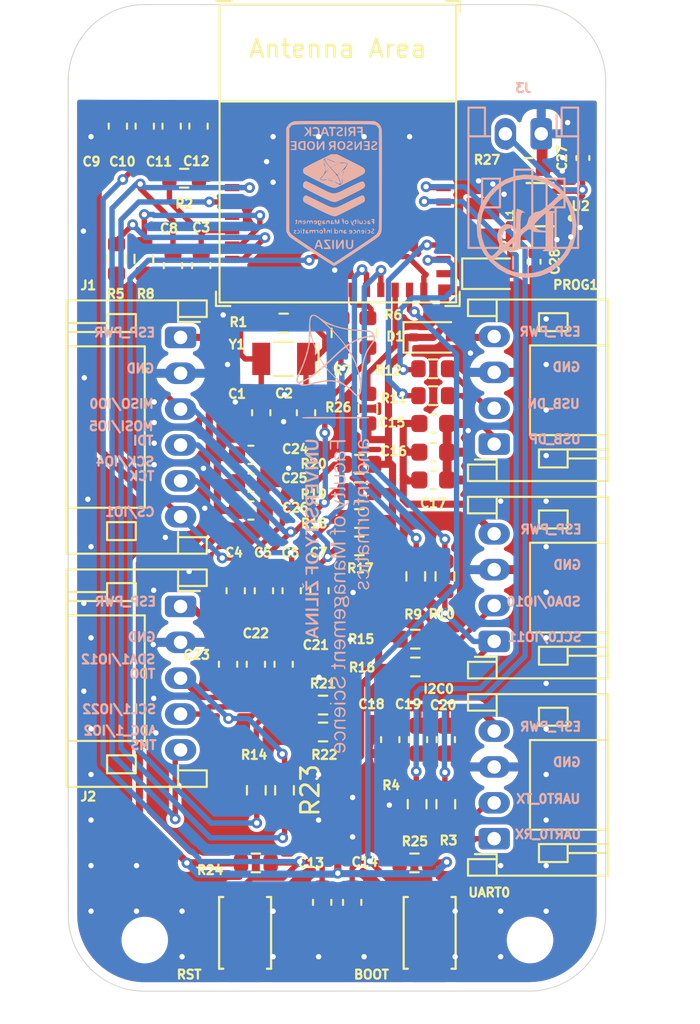
<source format=kicad_pcb>
(kicad_pcb (version 20240108) (generator "pcbnew") (generator_version "8.0")
  (layers (0 "F.Cu" signal) (31 "B.Cu" signal) (34 "B.Paste" user) (35 "F.Paste" user) (36 "B.SilkS" user "B.Silkscreen") (37 "F.SilkS" user "F.Silkscreen") (38 "B.Mask" user) (39 "F.Mask" user) (44 "Edge.Cuts" user))
  (net 0 "")
  (net 1 "GND")
  (net 2 "X_TAL_P")
  (net 3 "X_TAL_N")
  (net 4 "EN")
  (net 5 "CS")
  (net 6 "MOSI")
  (net 7 "SCK")
  (net 8 "MISO")
  (net 9 "ADC1")
  (net 10 "USB_DP")
  (net 11 "USB_DN")
  (net 12 "ESP_PWR")
  (net 13 "UART0_TX")
  (net 14 "Net-(U1-GPIO24{slash}FSPICS2{slash}U0TXD)")
  (net 15 "Net-(U1-GPIO23{slash}FSPICS1{slash}U0RXD)")
  (net 16 "UART0_RX")
  (net 17 "Net-(U1-GPIO10{slash}ZCD0)")
  (net 18 "SDA0")
  (net 19 "Net-(U1-GPIO11{slash}ZCD1)")
  (net 20 "SCL0")
  (net 21 "Net-(U1-GPIO27{slash}FSPICS5{slash}USB_D+)")
  (net 22 "Net-(U1-GPIO26{slash}FSPICS4{slash}USB_D-)")
  (net 23 "SDA1")
  (net 24 "Net-(U1-GPIO22)")
  (net 25 "SCL1")
  (net 27 "Net-(D1-A)")
  (net 38 "Net-(D2-A)")
  (net 39 "Net-(U1-GPIO3{slash}FSPIHD{slash}ADC1_CH2{slash}MTDO)")
  (net 40 "GPIO09")
  (net 41 "CS_ESP")
  (net 42 "MOSI_ESP")
  (net 43 "SCK_ESP")
  (net 44 "MISO_ESP")
  (net 45 "Net-(U1-GPIO8)")
  (net 46 "Net-(U2-SW)")
  (net 47 "Net-(U2-VSET)")
  (net 48 "VBAT")
  (footprint "Capacitor_SMD:C_0603_1608Metric" (layer "F.Cu") (at 170.425 90.9)
    (property "Reference" "C25")
    (property "Value" "100nF")
  )
  (footprint "Capacitor_SMD:C_0603_1608Metric" (layer "F.Cu") (at 169.575 96.925 -90)
    (property "Reference" "C4")
    (property "Value" "10pF")
  )
  (footprint "Capacitor_SMD:C_0603_1608Metric" (layer "F.Cu") (at 181.3 105.225 -90)
    (property "Reference" "C20")
    (property "Value" "1nF")
  )
  (footprint "User imports:SW_TS-1088-AR02016" (layer "F.Cu") (at 170.1 116 90)
    (property "Reference" "RST")
    (property "Value" "SW_Push")
  )
  (footprint "Capacitor_SMD:C_0603_1608Metric" (layer "F.Cu") (at 166 71.025 90)
    (property "Reference" "C11")
    (property "Value" "1nF")
  )
  (footprint "Resistor_SMD:R_0603_1608Metric" (layer "F.Cu") (at 180.6 86.05 180)
    (property "Reference" "R11")
    (property "Value" "22")
  )
  (footprint "Resistor_SMD:R_0603_1608Metric" (layer "F.Cu") (at 179.6 101.175 180)
    (property "Reference" "R16")
    (property "Value" "4K7")
  )
  (footprint "Capacitor_SMD:C_0603_1608Metric" (layer "F.Cu") (at 180.6 89.2)
    (property "Reference" "C16")
    (property "Value" "100nF" (hide yes))
  )
  (footprint "Resistor_SMD:R_0603_1608Metric" (layer "F.Cu") (at 164.45 78.425 90)
    (property "Reference" "R8")
    (property "Value" "22")
  )
  (footprint "Resistor_SMD:R_0603_1608Metric" (layer "F.Cu") (at 179.7 108.825 90)
    (property "Reference" "R4")
    (property "Value" "22")
  )
  (footprint "PCM_Espressif:ESP32-H2-MINI-1" (layer "F.Cu") (at 175.275 72.55)
    (property "Reference" "U1" (hide yes))
    (property "Value" "ESP32-H2-MINI-1")
  )
  (footprint "Resistor_SMD:R_0603_1608Metric" (layer "F.Cu") (at 176.95 82.55 90)
    (property "Reference" "R6")
    (property "Value" "22")
  )
  (footprint "Capacitor_SMD:C_0603_1608Metric" (layer "F.Cu") (at 174.25 96.925 -90)
    (property "Reference" "C7")
    (property "Value" "10pF")
  )
  (footprint "Capacitor_SMD:C_0603_1608Metric" (layer "F.Cu") (at 174.4 114.3 -90)
    (property "Reference" "C13")
    (property "Value" "0.1uF")
  )
  (footprint "Capacitor_SMD:C_0603_1608Metric" (layer "F.Cu") (at 173.5 87 90)
    (property "Reference" "C2")
    (property "Value" "15pF")
  )
  (footprint "Resistor_SMD:R_0603_1608Metric" (layer "F.Cu") (at 166.7 73.925 180)
    (property "Reference" "R2")
    (property "Value" "10K")
  )
  (footprint "Connector_JST:JST_PH_S4B-PH-K_1x04_P2.00mm_Horizontal" (layer "F.Cu") (at 184 88.75 90)
    (property "Reference" "PROG1")
    (property "Value" "Conn_01x04_Pin")
  )
  (footprint "Resistor_SMD:R_0603_1608Metric" (layer "F.Cu") (at 174.45 104.8)
    (property "Reference" "R22")
    (property "Value" "4K7")
  )
  (footprint "Resistor_SMD:R_0603_1608Metric" (layer "F.Cu") (at 180.6 84.55 180)
    (property "Reference" "R12")
    (property "Value" "22")
  )
  (footprint "Capacitor_SMD:C_0603_1608Metric" (layer "F.Cu") (at 176.075 114.3 -90)
    (property "Reference" "C14")
    (property "Value" "0.1uF")
  )
  (footprint "Connector_JST:JST_PH_S4B-PH-K_1x04_P2.00mm_Horizontal" (layer "F.Cu") (at 184 99.75 90)
    (property "Reference" "I2C0")
    (property "Value" "Conn_01x04_Pin")
  )
  (footprint "User imports:SW_TS-1088-AR02016" (layer "F.Cu") (at 180.4 116 90)
    (property "Reference" "BOOT")
    (property "Value" "SW_Push")
  )
  (footprint "Capacitor_SMD:C_0603_1608Metric" (layer "F.Cu") (at 170.425 92.45)
    (property "Reference" "C26")
    (property "Value" "1nF")
  )
  (footprint "MountingHole:MountingHole_2.1mm" (layer "F.Cu") (at 164.475 67.1)
    (property "Reference" "REF**" (hide yes))
    (property "Value" "MountingHole_2.1mm")
  )
  (footprint "Connector_JST:JST_PH_S5B-PH-K_1x05_P2.00mm_Horizontal" (layer "F.Cu") (at 166.5 97.8 -90)
    (property "Reference" "J2")
    (property "Value" "I2C/GPIO/I2S")
  )
  (footprint "Resistor_SMD:R_0603_1608Metric" (layer "F.Cu") (at 176.475 89.875)
    (property "Reference" "R20")
    (property "Value" "10K")
  )
  (footprint "Capacitor_SMD:C_0603_1608Metric" (layer "F.Cu") (at 179.75 105.225 -90)
    (property "Reference" "C19")
    (property "Value" "100nF")
  )
  (footprint "Capacitor_SMD:C_0603_1608Metric" (layer "F.Cu") (at 180.6 90.75)
    (property "Reference" "C17")
    (property "Value" "1nF")
  )
  (footprint "Capacitor_SMD:C_0402_1005Metric" (layer "F.Cu") (at 188.95 72.8 90)
    (property "Reference" "C27")
    (property "Value" "4.7uF")
  )
  (footprint "Resistor_SMD:R_0603_1608Metric" (layer "F.Cu") (at 170.725 108.05 90)
    (property "Reference" "R14")
    (property "Value" "22")
  )
  (footprint "Capacitor_SMD:C_0402_1005Metric" (layer "F.Cu") (at 186.225 78.58 -90)
    (property "Reference" "C28")
    (property "Value" "10uF")
  )
  (footprint "Capacitor_SMD:C_0603_1608Metric" (layer "F.Cu") (at 172.25 101.025 -90)
    (property "Reference" "C21")
    (property "Value" "2.2uF")
  )
  (footprint "Capacitor_SMD:C_0603_1608Metric" (layer "F.Cu") (at 163 71.025 90)
    (property "Reference" "C9")
    (property "Value" "10uF")
  )
  (footprint "Resistor_SMD:R_0603_1608Metric" (layer "F.Cu") (at 162.925 78.425 90)
    (property "Reference" "R5")
    (property "Value" "22")
  )
  (footprint "MountingHole:MountingHole_2.1mm" (layer "F.Cu") (at 186 67.15)
    (property "Reference" "REF**" (hide yes))
    (property "Value" "MountingHole_2.1mm")
  )
  (footprint "Resistor_SMD:R_0603_1608Metric" (layer "F.Cu") (at 176.475 94.425)
    (property "Reference" "R17")
    (property "Value" "10K")
  )
  (footprint "Resistor_SMD:R_0603_1608Metric" (layer "F.Cu") (at 170.7 112.1)
    (property "Reference" "R24")
    (property "Value" "10K")
  )
  (footprint "Connector_JST:JST_PH_S6B-PH-K_1x06_P2.00mm_Horizontal" (layer "F.Cu") (at 166.5 82.8 -90)
    (property "Reference" "J1")
    (property "Value" "SPI_Header")
  )
  (footprint "Resistor_SMD:R_0603_1608Metric" (layer "F.Cu") (at 175.45 82.55 90)
    (property "Reference" "R7")
    (property "Value" "22")
  )
  (footprint "Capacitor_SMD:C_0603_1608Metric" (layer "F.Cu") (at 167.65 78.8 -90)
    (property "Reference" "C3")
    (property "Value" "1uF")
  )
  (footprint "Resistor_SMD:R_0603_1608Metric" (layer "F.Cu") (at 172.3 108.05 -90)
    (property "Reference" "R23")
    (property "Value" "22")
  )
  (footprint "Capacitor_SMD:C_0603_1608Metric" (layer "F.Cu") (at 170.425 89.35)
    (property "Reference" "C24")
    (property "Value" "2.2uF")
  )
  (footprint "MountingHole:MountingHole_2.1mm" (layer "F.Cu") (at 164.5 116.4)
    (property "Reference" "REF**" (hide yes))
    (property "Value" "MountingHole_2.1mm")
  )
  (footprint "Diode_SMD:D_SOD-323" (layer "F.Cu") (at 183.825 79.25)
    (property "Reference" "D2")
    (property "Value" "1N5819WS")
  )
  (footprint "Capacitor_SMD:C_0603_1608Metric" (layer "F.Cu") (at 166.075 78.8 -90)
    (property "Reference" "C8")
    (property "Value" "0.1uF")
  )
  (footprint "Resistor_SMD:R_0603_1608Metric" (layer "F.Cu") (at 174.45 103.3)
    (property "Reference" "R21")
    (property "Value" "4K7")
  )
  (footprint "Resistor_SMD:R_0603_1608Metric" (layer "F.Cu") (at 176.475 92.9)
    (property "Reference" "R18")
    (property "Value" "10K")
  )
  (footprint "Capacitor_SMD:C_0603_1608Metric" (layer "F.Cu") (at 170.7 101.025 -90)
    (property "Reference" "C22")
    (property "Value" "100nF")
  )
  (footprint "Diode_SMD:D_SOD-323" (layer "F.Cu") (at 180.55 82.8)
    (property "Reference" "D1")
    (property "Value" "1N5819WS")
  )
  (footprint "Resistor_SMD:R_0603_1608Metric" (layer "F.Cu") (at 185.9 73.325)
    (property "Reference" "R27")
    (property "Value" "267k")
  )
  (footprint "Capacitor_SMD:C_0603_1608Metric" (layer "F.Cu") (at 167.5 71.025 90)
    (property "Reference" "C12")
    (property "Value" "100pF")
  )
  (footprint "User_imports:SON50P200X150X100-8N" (layer "F.Cu") (at 186.56 75.4 180)
    (property "Reference" "U2")
    (property "Value" "TPS62840DLCR")
  )
  (footprint "Capacitor_SMD:C_0603_1608Metric" (layer "F.Cu") (at 171.15 96.925 -90)
    (property "Reference" "C5")
    (property "Value" "10pF")
  )
  (footprint "Capacitor_SMD:C_0603_1608Metric" (layer "F.Cu") (at 172.7 96.925 -90)
    (property "Reference" "C6")
    (property "Value" "10pF")
  )
  (footprint "Connector_JST:JST_PH_S4B-PH-K_1x04_P2.00mm_Horizontal" (layer "F.Cu") (at 184 110.75 90)
    (property "Reference" "UART0")
    (property "Value" "Conn_01x04_Pin")
  )
  (footprint "Resistor_SMD:R_0603_1608Metric" (layer "F.Cu") (at 176.475 91.4)
    (property "Reference" "R19")
    (property "Value" "10K")
  )
  (footprint "Resistor_SMD:R_0603_1608Metric" (layer "F.Cu") (at 172.25 82 180)
    (property "Reference" "R1")
    (property "Value" "?")
  )
  (footprint "Resistor_SMD:R_0603_1608Metric" (layer "F.Cu") (at 179.625 96.125 90)
    (property "Reference" "R9")
    (property "Value" "100")
  )
  (footprint "Crystal:Crystal_SMD_G8-2Pin_3.2x1.5mm" (layer "F.Cu") (at 172.25 84 180)
    (property "Reference" "Y1")
    (property "Value" "32.768 kHz")
  )
  (footprint "Resistor_SMD:R_0603_1608Metric" (layer "F.Cu") (at 181.3 108.825 90)
    (property "Reference" "R3")
    (property "Value" "22")
  )
  (footprint "Resistor_SMD:R_0603_1608Metric" (layer "F.Cu") (at 179.55 112.1 180)
    (property "Reference" "R25")
    (property "Value" "10K")
  )
  (footprint "Resistor_SMD:R_0603_1608Metric" (layer "F.Cu") (at 181.25 96.125 90)
    (property "Reference" "R10")
    (property "Value" "100")
  )
  (footprint "MountingHole:MountingHole_2.1mm" (layer "F.Cu") (at 186 116.4)
    (property "Reference" "REF**" (hide yes))
    (property "Value" "MountingHole_2.1mm")
  )
  (footprint "Capacitor_SMD:C_0603_1608Metric" (layer "F.Cu") (at 164.5 71.025 90)
    (property "Reference" "C10")
    (property "Value" "100nF")
  )
  (footprint "User_imports:INDC2016X120N" (layer "F.Cu") (at 183.375 76.475 -90)
    (property "Reference" "L1")
    (property "Value" "2.2uH")
  )
  (footprint "Capacitor_SMD:C_0603_1608Metric" (layer "F.Cu") (at 171 87 90)
    (property "Reference" "C1")
    (property "Value" "15pF")
  )
  (footprint "Capacitor_SMD:C_0603_1608Metric" (layer "F.Cu") (at 169.15 101.025 -90)
    (property "Reference" "C23")
    (property "Value" "1nF")
  )
  (footprint "Resistor_SMD:R_0603_1608Metric" (layer "F.Cu") (at 179.6 99.625 180)
    (property "Reference" "R15")
    (property "Value" "4K7")
  )
  (footprint "Capacitor_SMD:C_0603_1608Metric" (layer "F.Cu") (at 178.2 105.225 -90)
    (property "Reference" "C18")
    (property "Value" "2.2uF" (hide yes))
  )
  (footprint "Capacitor_SMD:C_0603_1608Metric" (layer "F.Cu") (at 180.6 87.6)
    (property "Reference" "C15")
    (property "Value" "2.2uF" (hide yes))
  )
  (footprint "Resistor_SMD:R_0603_1608Metric" (layer "F.Cu") (at 176.95 86.775 90)
    (property "Reference" "R26")
    (property "Value" "10K")
  )
  (footprint "User_imports:fri_logo" (layer "B.Cu") (at 175.2 93.725 -90)
    (property "Reference" "G***" (hide yes))
    (property "Value" "LOGO" (hide yes))
  )
  (footprint "User_imports:SENsor_node_logo" (layer "B.Cu") (at 175.2 75 180)
    (property "Reference" "G***" (hide yes))
    (property "Value" "LOGO" (hide yes))
  )
  (footprint "Connector_JST:JST_PH_S2B-PH-K_1x02_P2.00mm_Horizontal" (layer "B.Cu") (at 186.625 71.45 180)
    (property "Reference" "J3")
    (property "Value" "BATT")
  )
  (footprint "User_imports:lead_free" (layer "B.Cu") (at 185.214784 76.527509 180)
    (property "Reference" "G***" (hide yes))
    (property "Value" "LOGO" (hide yes))
  )
  (gr_line (start 185.975 64.25) (end 164.475 64.25) (stroke (width 0.05)) (layer "Edge.Cuts"))
  (gr_arc (start 185.975 64.25) (mid 188.980204 65.494796) (end 190.225 68.5) (stroke (width 0.05)) (layer "Edge.Cuts"))
  (gr_arc (start 160.225 68.5) (mid 161.469796 65.494796) (end 164.475 64.25) (stroke (width 0.05)) (layer "Edge.Cuts"))
  (gr_line (start 190.219796 114.994796) (end 190.225 68.5) (stroke (width 0.05)) (layer "Edge.Cuts"))
  (gr_arc (start 164.480204 119.25) (mid 161.475 118.005204) (end 160.230204 115) (stroke (width 0.05)) (layer "Edge.Cuts"))
  (gr_line (start 164.480204 119.25) (end 185.969796 119.244796) (stroke (width 0.05)) (layer "Edge.Cuts"))
  (gr_arc (start 190.219796 114.994796) (mid 188.975 118) (end 185.969796 119.244796) (stroke (width 0.05)) (layer "Edge.Cuts"))
  (gr_line (start 160.225 68.5) (end 160.230204 115) (stroke (width 0.05)) (layer "Edge.Cuts"))
  (gr_text "SCK/IO4\nTCK\n" (at 165.1 90.825 0) (layer "B.SilkS") (effects (font (size 0.5 0.5) (thickness 0.125) (bold yes)) (justify left bottom mirror)))
  (gr_text "GND\n" (at 165.175 99.8 0) (layer "B.SilkS") (effects (font (size 0.5 0.5) (thickness 0.125) (bold yes)) (justify left bottom mirror)))
  (gr_text "SCL1/IO22" (at 165.2 103.825 0) (layer "B.SilkS") (effects (font (size 0.5 0.5) (thickness 0.125) (bold yes)) (justify left bottom mirror)))
  (gr_text "USB_DP" (at 188.9 88.775 0) (layer "B.SilkS") (effects (font (size 0.5 0.5) (thickness 0.125) (bold yes)) (justify left bottom mirror)))
  (gr_text "ESP_PWR" (at 188.925 104.8 0) (layer "B.SilkS") (effects (font (size 0.5 0.5) (thickness 0.15) (bold yes)) (justify left bottom mirror)))
  (gr_text "ADC_1/IO2\nTMS\n" (at 165.225 105.825 0) (layer "B.SilkS") (effects (font (size 0.5 0.5) (thickness 0.125) (bold yes)) (justify left bottom mirror)))
  (gr_text "UART0_RX" (at 188.925 110.8 0) (layer "B.SilkS") (effects (font (size 0.5 0.5) (thickness 0.125) (bold yes)) (justify left bottom mirror)))
  (gr_text "USB_DN" (at 188.85 86.8 0) (layer "B.SilkS") (effects (font (size 0.5 0.5) (thickness 0.125) (bold yes)) (justify left bottom mirror)))
  (gr_text "SDA1/IO12\nTDO\n" (at 165.15 101.85 0) (layer "B.SilkS") (effects (font (size 0.5 0.5) (thickness 0.125) (bold yes)) (justify left bottom mirror)))
  (gr_text "ESP_PWR" (at 165.2 97.825 0) (layer "B.SilkS") (effects (font (size 0.5 0.5) (thickness 0.15) (bold yes)) (justify left bottom mirror)))
  (gr_text "ESP_PWR" (at 165.15 82.825 0) (layer "B.SilkS") (effects (font (size 0.5 0.5) (thickness 0.15) (bold yes)) (justify left bottom mirror)))
  (gr_text "CS/IO1" (at 165.125 92.825 0) (layer "B.SilkS") (effects (font (size 0.5 0.5) (thickness 0.125) (bold yes)) (justify left bottom mirror)))
  (gr_text "SDA0/IO10" (at 188.9 97.825 0) (layer "B.SilkS") (effects (font (size 0.5 0.5) (thickness 0.125) (bold yes)) (justify left bottom mirror)))
  (gr_text "GND" (at 188.925 95.775 0) (layer "B.SilkS") (effects (font (size 0.5 0.5) (thickness 0.125) (bold yes)) (justify left bottom mirror)))
  (gr_text "ESP_PWR" (at 188.95 93.8 0) (layer "B.SilkS") (effects (font (size 0.5 0.5) (thickness 0.15) (bold yes)) (justify left bottom mirror)))
  (gr_text "MOSI/IO5\nTDI" (at 165.05 88.85 0) (layer "B.SilkS") (effects (font (size 0.5 0.5) (thickness 0.125) (bold yes)) (justify left bottom mirror)))
  (gr_text "SCL0/IO11" (at 188.95 99.8 0) (layer "B.SilkS") (effects (font (size 0.5 0.5) (thickness 0.125) (bold yes)) (justify left bottom mirror)))
  (gr_text "UART0_TX" (at 188.875 108.825 0) (layer "B.SilkS") (effects (font (size 0.5 0.5) (thickness 0.125) (bold yes)) (justify left bottom mirror)))
  (gr_text "ESP_PWR" (at 188.9 82.775 0) (layer "B.SilkS") (effects (font (size 0.5 0.5) (thickness 0.15) (bold yes)) (justify left bottom mirror)))
  (gr_text "GND\n" (at 165.1 84.825 0) (layer "B.SilkS") (effects (font (size 0.5 0.5) (thickness 0.125) (bold yes)) (justify left bottom mirror)))
  (gr_text "GND" (at 188.875 84.75 0) (layer "B.SilkS") (effects (font (size 0.5 0.5) (thickness 0.125) (bold yes)) (justify left bottom mirror)))
  (gr_text "GND" (at 188.9 106.775 0) (layer "B.SilkS") (effects (font (size 0.5 0.5) (thickness 0.125) (bold yes)) (justify left bottom mirror)))
  (gr_text "MISO/IO0\n" (at 165.075 86.8 0) (layer "B.SilkS") (effects (font (size 0.5 0.5) (thickness 0.125) (bold yes)) (justify left bottom mirror)))
  (segment (start 169.375 79.25) (end 171.875 79.25) (width 0.3) (layer "F.Cu") (net 1))
  (segment (start 183.8 84.55) (end 184 84.75) (width 0.3) (layer "F.Cu") (net 1))
  (segment (start 169.325 80.2) (end 169.325 79.3) (width 0.3) (layer "F.Cu") (net 1))
  (segment (start 169.325 79.3) (end 169.375 79.25) (width 0.3) (layer "F.Cu") (net 1))
  (segment (start 171.875 79.25) (end 172.075 79.45) (width 0.3) (layer "F.Cu") (net 1))
  (segment (start 172.075 79.45) (end 172.075 80.15) (width 0.3) (layer "F.Cu") (net 1))
  (via (at 165 102.925) (size 0.6) (drill 0.3) (layers "F.Cu" "B.Cu") (net 1))
  (via (at 186.901429 97.01) (size 0.6) (drill 0.3) (layers "F.Cu" "B.Cu") (net 1))
  (via (at 176.125 97.025) (size 0.6) (drill 0.3) (layers "F.Cu" "B.Cu") (net 1))
  (via (at 161.501429 112.25) (size 0.6) (drill 0.3) (layers "F.Cu" "B.Cu") (net 1))
  (via (at 161.125 85.05) (size 0.6) (drill 0.3) (layers "F.Cu" "B.Cu") (net 1))
  (via (at 165.025 87.55) (size 0.6) (drill 0.3) (layers "F.Cu" "B.Cu") (net 1))
  (via (at 186.901429 112.25) (size 0.6) (drill 0.3) (layers "F.Cu" "B.Cu") (net 1))
  (via (at 161.501429 109.71) (size 0.6) (drill 0.3) (layers "F.Cu" "B.Cu") (net 1))
  (via (at 181.821429 117.33) (size 0.6) (drill 0.3) (layers "F.Cu" "B.Cu") (net 1))
  (via (at 167.775 90.1) (size 0.6) (drill 0.3) (layers "F.Cu" "B.Cu") (net 1))
  (via (at 171.661429 117.33) (size 0.6) (drill 0.3) (layers "F.Cu" "B.Cu") (net 1))
  (via (at 186.901429 94.47) (size 0.6) (drill 0.3) (layers "F.Cu" "B.Cu") (net 1))
  (via (at 186.901429 109.71) (size 0.6) (drill 0.3) (layers "F.Cu" "B.Cu") (net 1))
  (via (at 169.55 86.4) (size 0.6) (drill 0.3) (layers "F.Cu" "B.Cu") (net 1))
  (via (at 186.901429 89.39) (size 0.6) (drill 0.3) (layers "F.Cu" "B.Cu") (net 1))
  (via (at 188.1 70.825) (size 0.6) (drill 0.3) (layers "F.Cu" "B.Cu") (net 1))
  (via (at 183.925 74.25) (size 0.6) (drill 0.3) (layers "F.Cu" "B.Cu") (net 1))
  (via (at 184.552661 74.819044) (size 0.6) (drill 0.3) (layers "F.Cu" "B.Cu") (net 1))
  (via (at 186.901429 107.17) (size 0.6) (drill 0.3) (layers "F.Cu" "B.Cu") (net 1))
  (via (at 186.901429 114.79) (size 0.6) (drill 0.3) (layers "F.Cu" "B.Cu") (net 1))
  (via (at 186.901429 104.63) (size 0.6) (drill 0.3) (layers "F.Cu" "B.Cu") (net 1))
  (via (at 161.1 97.625) (size 0.6) (drill 0.3) (layers "F.Cu" "B.Cu") (net 1))
  (via (at 164.041429 112.25) (size 0.6) (drill 0.3) (layers "F.Cu" "B.Cu") (net 1))
  (via (at 184.361429 112.25) (size 0.6) (drill 0.3) (layers "F.Cu" "B.Cu") (net 1))
  (via (at 161.1 102.525) (size 0.6) (drill 0.3) (layers "F.Cu" "B.Cu") (net 1))
  (via (at 175.975 99.65) (size 0.6) (drill 0.3) (layers "F.Cu" "B.Cu") (net 1))
  (via (at 165 96.9) (size 0.6) (drill 0.3) (layers "F.Cu" "B.Cu") (net 1))
  (via (at 165.025 89.9) (size 0.6) (drill 0.3) (layers "F.Cu" "B.Cu") (net 1))
  (via (at 174.201429 109.71) (size 0.6) (drill 0.3) (layers "F.Cu" "B.Cu") (net 1))
  (via (at 161.501429 107.17) (size 0.6) (drill 0.3) (layers "F.Cu" "B.Cu") (net 1))
  (via (at 187.5 77.35) (size 0.6) (drill 0.3) (layers "F.Cu" "B.Cu") (net 1))
  (via (at 176.1 110.65) (size 0.6) (drill 0.3) (layers "F.Cu" "B.Cu") (net 1))
  (via (at 172.3 86) (size 0.6) (drill 0.3) (layers "F.Cu" "B.Cu") (net 1))
  (via (at 176.741429 117.33) (size 0.6) (drill 0.3) (layers "F.Cu" "B.Cu") (net 1))
  (via (at 171.661429 74.15) (size 0.6) (drill 0.3) (layers "F.Cu" "B.Cu") (net 1))
  (via (at 174.201429 117.33) (size 0.6) (drill 0.3) (layers "F.Cu" "B.Cu") (net 1))
  (via (at 165.025 88.7) (size 0.6) (drill 0.3) (layers "F.Cu" "B.Cu") (net 1))
  (via (at 182.675 83.675) (size 0.6) (drill 0.3) (layers "F.Cu" "B.Cu") (net 1))
  (via (at 161.501429 94.47) (size 0.6) (drill 0.3) (layers "F.Cu" "B.Cu") (net 1))
  (via (at 161.501429 99.55) (size 0.6) (drill 0.3) (layers "F.Cu" "B.Cu") (net 1))
  (via (at 161.501429 104.63) (size 0.6) (drill 0.3) (layers "F.Cu" "B.Cu") (net 1))
  (via (at 175.1 79.05) (size 0.6) (drill 0.3) (layers "F.Cu" "B.Cu") (net 1))
  (via (at 166.581429 117.33) (size 0.6) (drill 0.3) (layers "F.Cu" "B.Cu") (net 1))
  (via (at 165.65 93.95) (size 0.6) (drill 0.3) (layers "F.Cu" "B.Cu") (net 1))
  (via (at 164.041429 114.79) (size 0.6) (drill 0.3) (layers "F.Cu" "B.Cu") (net 1))
  (via (at 188.275 77.2) (size 0.6) (drill 0.3) (layers "F.Cu" "B.Cu") (net 1))
  (via (at 172.25 87.5) (size 0.6) (drill 0.3) (layers "F.Cu" "B.Cu") (net 1))
  (via (at 171.661429 114.79) (size 0.6) (drill 0.3) (layers "F.Cu" "B.Cu") (net 1))
  (via (at 161.501429 114.79) (size 0.6) (drill 0.3) (layers "F.Cu" "B.Cu") (net 1))
  (via (at 174.201429 71.61) (size 0.6) (drill 0.3) (layers "F.Cu" "B.Cu") (net 1))
  (via (at 186.901429 84.31) (size 0.6) (drill 0.3) (layers "F.Cu" "B.Cu") (net 1))
  (via (at 167.85 92.325) (size 0.6) (drill 0.3) (layers "F.Cu" "B.Cu") (net 1))
  (via (at 187.8 73.525) (size 0.6) (drill 0.3) (layers "F.Cu" "B.Cu") (net 1))
  (via (at 161.325 91.825) (size 0.6) (drill 0.3) (layers "F.Cu" "B.Cu") (net 1))
  (via (at 176.1 108.45) (size 0.6) (drill 0.3) (layers "F.Cu" "B.Cu") (net 1))
  (via (at 188.8 76.675) (size 0.6) (drill 0.3) (layers "F.Cu" "B.Cu") (net 1))
  (via (at 174.201429 107.17) (size 0.6) (drill 0.3) (layers "F.Cu" "B.Cu") (net 1))
  (via (at 171.661429 71.61) (size 0.6) (drill 0.3) (layers "F.Cu" "B.Cu") (net 1))
  (via (at 186.901429 91.93) (size 0.6) (drill 0.3) (layers "F.Cu" "B.Cu") (net 1))
  (via (at 165.025 86.4) (size 0.6) (drill 0.3) (layers "F.Cu" "B.Cu") (net 1))
  (via (at 179.281429 71.61) (size 0.6) (drill 0.3) (layers "F.Cu" "B.Cu") (net 1))
  (via (at 186.901429 99.55) (size 0.6) (drill 0.3) (layers "F.Cu" "B.Cu") (net 1))
  (via (at 183.125 74.075) (size 0.6) (drill 0.3) (layers "F.Cu" "B.Cu") (net 1))
  (via (at 161.501429 71.61) (size 0.6) (drill 0.3) (layers "F.Cu" "B.Cu") (net 1))
  (via (at 164.975 99.925) (size 0.6) (drill 0.3) (layers "F.Cu" "B.Cu") (net 1))
  (via (at 174.225 101.75) (size 0.6) (drill 0.3) (layers "F.Cu" "B.Cu") (net 1))
  (via (at 178.15 108.875) (size 0.6) (drill 0.3) (layers "F.Cu" "B.Cu") (net 1))
  (via (at 186.901429 86.85) (size 0.6) (drill 0.3) (layers "F.Cu" "B.Cu") (net 1))
  (via (at 176.741429 71.61) (size 0.6) (drill 0.3) (layers "F.Cu" "B.Cu") (net 1))
  (via (at 168.875 81.55) (size 0.6) (drill 0.3) (layers "F.Cu" "B.Cu") (net 1))
  (via (at 169.121429 84.31) (size 0.6) (drill 0.3) (layers "F.Cu" "B.Cu") (net 1))
  (via (at 172.525 90.1) (size 0.6) (drill 0.3) (layers "F.Cu" "B.Cu") (net 1))
  (via (at 181.821429 114.79) (size 0.6) (drill 0.3) (layers "F.Cu" "B.Cu") (net 1))
  (via (at 166.581429 114.79) (size 0.6) (drill 0.3) (layers "F.Cu" "B.Cu") (net 1))
  (via (at 161.075 76.875) (size 0.6) (drill 0.3) (layers "F.Cu" "B.Cu") (net 1))
  (via (at 171.3 73) (size 0.6) (drill 0.3) (layers "F.Cu" "B.Cu") (net 1))
  (via (at 187.825 72.775) (size 0.6) (drill 0.3) (layers "F.Cu" "B.Cu") (net 1))
  (via (at 184.361429 114.79) (size 0.6) (drill 0.3) (layers "F.Cu" "B.Cu") (net 1))
  (via (at 184.361429 117.33) (size 0.6) (drill 0.3) (layers "F.Cu" "B.Cu") (net 1))
  (via (at 184.361429 91.93) (size 0.6) (drill 0.3) (layers "F.Cu" "B.Cu") (net 1))
  (via (at 166.975 95.85) (size 0.6) (drill 0.3) (layers "F.Cu" "B.Cu") (net 1))
  (via (at 165.125 104.85) (size 0.6) (drill 0.3) (layers "F.Cu" "B.Cu") (net 1))
  (via (at 186.901429 102.09) (size 0.6) (drill 0.3) (layers "F.Cu" "B.Cu") (net 1))
  (via (at 182.55 88) (size 0.6) (drill 0.3) (layers "F.Cu" "B.Cu") (net 1))
  (via (at 186.901429 81.77) (size 0.6) (drill 0.3) (layers "F.Cu" "B.Cu") (net 1))
  (segment (start 170.65 82) (end 170.175 82) (width 0.3) (layer "F.Cu") (net 2))
  (segment (start 169.85 82.325) (end 169.85 83.75) (width 0.3) (layer "F.Cu") (net 2))
  (segment (start 169.85 83.75) (end 170.1 84) (width 0.3) (layer "F.Cu") (net 2))
  (segment (start 170.475 81.825) (end 170.475 80.15) (width 0.3) (layer "F.Cu") (net 2))
  (segment (start 170.65 82) (end 170.475 81.825) (width 0.3) (layer "F.Cu") (net 2))
  (segment (start 171.425 82) (end 170.65 82) (width 0.3) (layer "F.Cu") (net 2))
  (segment (start 171 84) (end 171 86.225) (width 0.3) (layer "F.Cu") (net 2))
  (segment (start 170.175 82) (end 169.85 82.325) (width 0.3) (layer "F.Cu") (net 2))
  (segment (start 170.1 84) (end 171 84) (width 0.3) (layer "F.Cu") (net 2))
  (segment (start 173.75 82) (end 174.55 82.8) (width 0.3) (layer "F.Cu") (net 3))
  (segment (start 174.55 83.45) (end 174 84) (width 0.3) (layer "F.Cu") (net 3))
  (segment (start 174 84) (end 173.5 84) (width 0.3) (layer "F.Cu") (net 3))
  (segment (start 173.5 84) (end 173.5 86.225) (width 0.3) (layer "F.Cu") (net 3))
  (segment (start 174.55 82.8) (end 174.55 83.45) (width 0.3) (layer "F.Cu") (net 3))
  (segment (start 173.075 81.175) (end 173.075 82) (width 0.3) (layer "F.Cu") (net 3))
  (segment (start 171.275 80.15) (end 171.275 80.85) (width 0.3) (layer "F.Cu") (net 3))
  (segment (start 171.275 80.85) (end 171.525 81.1) (width 0.3) (layer "F.Cu") (net 3))
  (segment (start 173 81.1) (end 173.075 81.175) (width 0.3) (layer "F.Cu") (net 3))
  (segment (start 173.075 82) (end 173.75 82) (width 0.3) (layer "F.Cu") (net 3))
  (segment (start 171.525 81.1) (end 173 81.1) (width 0.3) (layer "F.Cu") (net 3))
  (segment (start 171.525 112.1) (end 173.075 112.1) (width 0.3) (layer "F.Cu") (net 4))
  (segment (start 174.15 112.025) (end 174.4 112.275) (width 0.3) (layer "F.Cu") (net 4))
  (segment (start 164.925 73.925) (end 165.875 73.925) (width 0.3) (layer "F.Cu") (net 4))
  (segment (start 167.5 76.85) (end 167.85 76.85) (width 0.3) (layer "F.Cu") (net 4))
  (segment (start 165.875 75.225) (end 165.875 73.925) (width 0.3) (layer "F.Cu") (net 4))
  (segment (start 173.15 112.025) (end 174.15 112.025) (width 0.3) (layer "F.Cu") (net 4))
  (segment (start 164.6 73.6) (end 164.925 73.925) (width 0.3) (layer "F.Cu") (net 4))
  (segment (start 166.125 75.475) (end 167.5 76.85) (width 0.3) (layer "F.Cu") (net 4))
  (segment (start 163.675 73.6) (end 164.6 73.6) (width 0.3) (layer "F.Cu") (net 4))
  (segment (start 170.45 112.95) (end 170.1 113.3) (width 0.3) (layer "F.Cu") (net 4))
  (segment (start 163.275 74) (end 163.675 73.6) (width 0.3) (layer "F.Cu") (net 4))
  (segment (start 173.075 112.1) (end 173.15 112.025) (width 0.3) (layer "F.Cu") (net 4))
  (segment (start 167.65 77.05) (end 167.85 76.85) (width 0.3) (layer "F.Cu") (net 4))
  (segment (start 172.225 112.95) (end 170.45 112.95) (width 0.3) (layer "F.Cu") (net 4))
  (segment (start 174.4 112.275) (end 174.4 113.525) (width 0.3) (layer "F.Cu") (net 4))
  (segment (start 167.85 76.85) (end 169.375 76.85) (width 0.3) (layer "F.Cu") (net 4))
  (segment (start 170.1 113.3) (end 170.1 113.925) (width 0.3) (layer "F.Cu") (net 4))
  (segment (start 173.15 112.025) (end 172.225 112.95) (width 0.3) (layer "F.Cu") (net 4))
  (segment (start 167.65 78.025) (end 167.65 77.05) (width 0.3) (layer "F.Cu") (net 4))
  (segment (start 166.125 75.475) (end 165.875 75.225) (width 0.3) (layer "F.Cu") (net 4))
  (via (at 163.275 74) (size 0.6) (drill 0.3) (layers "F.Cu" "B.Cu") (net 4))
  (via (at 173.15 112.025) (size 0.6) (drill 0.3) (layers "F.Cu" "B.Cu") (net 4))
  (segment (start 167.05 111.45) (end 167.119239 111.45) (width 0.3) (layer "B.Cu") (net 4))
  (segment (start 167.625 112.025) (end 173.15 112.025) (width 0.3) (layer "B.Cu") (net 4))
  (segment (start 167.5 111.830761) (end 167.5 111.9) (width 0.3) (layer "B.Cu") (net 4))
  (segment (start 167.119239 111.45) (end 167.5 111.830761) (width 0.3) (layer "B.Cu") (net 4))
  (segment (start 167.5 111.9) (end 167.625 112.025) (width 0.3) (layer "B.Cu") (net 4))
  (segment (start 162.175 106.575) (end 167.05 111.45) (width 0.3) (layer "B.Cu") (net 4))
  (segment (start 162.175 75.1) (end 162.175 106.575) (width 0.3) (layer "B.Cu") (net 4))
  (segment (start 163.275 74) (end 162.175 75.1) (width 0.3) (layer "B.Cu") (net 4))
  (segment (start 172.177208 93.197792) (end 170.275 95.1) (width 0.3) (layer "F.Cu") (net 5))
  (segment (start 166.5 92.875) (end 166.5 92.8) (width 0.3) (layer "F.Cu") (net 5))
  (segment (start 172.177208 92.772792) (end 172.177208 93.197792) (width 0.3) (layer "F.Cu") (net 5))
  (segment (start 170.275 95.1) (end 169.575 95.1) (width 0.3) (layer "F.Cu") (net 5))
  (segment (start 162.925 89.225) (end 166.5 92.8) (width 0.3) (layer "F.Cu") (net 5))
  (segment (start 175.65 89.875) (end 175.075 89.875) (width 0.3) (layer "F.Cu") (net 5))
  (segment (start 169.575 95.95) (end 169.575 95.1) (width 0.3) (layer "F.Cu") (net 5))
  (segment (start 175.075 89.875) (end 172.177208 92.772792) (width 0.3) (layer "F.Cu") (net 5))
  (segment (start 168.825 95.1) (end 168.725 95.1) (width 0.3) (layer "F.Cu") (net 5))
  (segment (start 169.575 95.1) (end 168.825 95.1) (width 0.3) (layer "F.Cu") (net 5))
  (segment (start 162.925 79.25) (end 162.925 89.225) (width 0.3) (layer "F.Cu") (net 5))
  (via (at 168.825 95.1) (size 0.6) (drill 0.3) (layers "F.Cu" "B.Cu") (net 5))
  (segment (start 166.525 92.8) (end 166.5 92.8) (width 0.3) (layer "B.Cu") (net 5))
  (segment (start 168.825 95.1) (end 166.525 92.8) (width 0.3) (layer "B.Cu") (net 5))
  (segment (start 171.15 95.14387) (end 171.15 96.15) (width 0.3) (layer "F.Cu") (net 6))
  (segment (start 172.649687 93.644183) (end 172.873711 93.644183) (width 0.3) (layer "F.Cu") (net 6))
  (segment (start 172.873711 93.644183) (end 175.117894 91.4) (width 0.3) (layer "F.Cu") (net 6))
  (segment (start 174.55 86.494239) (end 176.95 84.094239) (width 0.3) (layer "F.Cu") (net 6))
  (segment (start 174.55 88.125) (end 174.55 86.494239) (width 0.3) (layer "F.Cu") (net 6))
  (segment (start 172.649687 93.644183) (end 171.15 95.14387) (width 0.3) (layer "F.Cu") (net 6))
  (segment (start 176.95 84.094239) (end 176.95 83.375) (width 0.3) (layer "F.Cu") (net 6))
  (segment (start 175.117894 91.4) (end 175.65 91.4) (width 0.3) (layer "F.Cu") (net 6))
  (via (at 174.521447 91.996447) (size 0.6) (drill 0.3) (layers "F.Cu" "B.Cu") (net 6))
  (via (at 174.55 88.125) (size 0.6) (drill 0.3) (layers "F.Cu" "B.Cu") (net 6))
  (via (at 172.649687 93.644183) (size 0.6) (drill 0.3) (layers "F.Cu" "B.Cu") (net 6))
  (segment (start 167.475 88.8) (end 166.5 88.8) (width 0.3) (layer "B.Cu") (net 6))
  (segment (start 174.575 88.15) (end 174.55 88.125) (width 0.3) (layer "B.Cu") (net 6))
  (segment (start 172.319183 93.644183) (end 167.475 88.8) (width 0.3) (layer "B.Cu") (net 6))
  (segment (start 172.649687 93.644183) (end 172.319183 93.644183) (width 0.3) (layer "B.Cu") (net 6))
  (segment (start 174.521447 91.996447) (end 174.575 91.942894) (width 0.3) (layer "B.Cu") (net 6))
  (segment (start 174.575 91.942894) (end 174.575 88.15) (width 0.3) (layer "B.Cu") (net 6))
  (segment (start 172.625 94.8) (end 173.1 94.8) (width 0.3) (layer "F.Cu") (net 7))
  (segment (start 175.55 83.4) (end 175.575 83.375) (width 0.3) (layer "F.Cu") (net 7))
  (segment (start 175.55 84.525) (end 175.45 84.425) (width 0.3) (layer "F.Cu") (net 7))
  (segment (start 175.0625 93.0375) (end 175.2 92.9) (width 0.3) (layer "F.Cu") (net 7))
  (segment (start 174.6375 93.2625) (end 174.6375 93.0375) (width 0.3) (layer "F.Cu") (net 7))
  (segment (start 174.6375 93.0375) (end 175.0625 93.0375) (width 0.3) (layer "F.Cu") (net 7))
  (segment (start 172.625 94.8) (end 172.7 94.875) (width 0.3) (layer "F.Cu") (net 7))
  (segment (start 175.2 92.9) (end 175.65 92.9) (width 0.3) (layer "F.Cu") (net 7))
  (segment (start 175.45 84.425) (end 175.45 83.375) (width 0.3) (layer "F.Cu") (net 7))
  (segment (start 173.1 94.8) (end 174.6375 93.2625) (width 0.3) (layer "F.Cu") (net 7))
  (segment (start 172.7 94.875) (end 172.7 96.15) (width 0.3) (layer "F.Cu") (net 7))
  (segment (start 175.75 83.425) (end 175.55 83.625) (width 0.3) (layer "F.Cu") (net 7))
  (via (at 174.6375 93.0375) (size 0.6) (drill 0.3) (layers "F.Cu" "B.Cu") (net 7))
  (via (at 175.55 84.525) (size 0.6) (drill 0.3) (layers "F.Cu" "B.Cu") (net 7))
  (via (at 172.625 94.8) (size 0.6) (drill 0.3) (layers "F.Cu" "B.Cu") (net 7))
  (segment (start 172.625 94.8) (end 171.4 94.8) (width 0.3) (layer "B.Cu") (net 7))
  (segment (start 171.4 94.8) (end 167.4 90.8) (width 0.3) (layer "B.Cu") (net 7))
  (segment (start 174.6375 93.0375) (end 175.5 92.175) (width 0.3) (layer "B.Cu") (net 7))
  (segment (start 175.5 84.575) (end 175.55 84.525) (width 0.3) (layer "B.Cu") (net 7))
  (segment (start 167.4 90.8) (end 166.5 90.8) (width 0.3) (layer "B.Cu") (net 7))
  (segment (start 175.5 92.175) (end 175.5 84.575) (width 0.3) (layer "B.Cu") (net 7))
  (segment (start 174.7 95.025) (end 174.25 95.475) (width 0.3) (layer "F.Cu") (net 8))
  (segment (start 174.25 95.475) (end 174.25 96.15) (width 0.3) (layer "F.Cu") (net 8))
  (segment (start 174.7 95.025) (end 175.3 94.425) (width 0.3) (layer "F.Cu") (net 8))
  (segment (start 175.3 94.425) (end 175.65 94.425) (width 0.3) (layer "F.Cu") (net 8))
  (segment (start 164.45 79.25) (end 164.45 84.75) (width 0.3) (layer "F.Cu") (net 8))
  (segment (start 164.45 84.75) (end 166.5 86.8) (width 0.3) (layer "F.Cu") (net 8))
  (via (at 174.7 95.025) (size 0.6) (drill 0.3) (layers "F.Cu" "B.Cu") (net 8))
  (segment (start 174.7 94.275) (end 167.225 86.8) (width 0.3) (layer "B.Cu") (net 8))
  (segment (start 167.225 86.8) (end 166.5 86.8) (width 0.3) (layer "B.Cu") (net 8))
  (segment (start 174.7 95.025) (end 174.7 94.275) (width 0.3) (layer "B.Cu") (net 8))
  (segment (start 164.25 74.5) (end 166.075 76.325) (width 0.3) (layer "F.Cu") (net 9))
  (segment (start 164.25 74.25) (end 164.25 74.5) (width 0.3) (layer "F.Cu") (net 9))
  (segment (start 166.075 76.325) (end 166.075 78.025) (width 0.3) (layer "F.Cu") (net 9))
  (segment (start 166.8 105.8) (end 166.5 105.8) (width 0.4) (layer "F.Cu") (net 9))
  (segment (start 169.375 74.45) (end 170.35 74.45) (width 0.3) (layer "F.Cu") (net 9))
  (segment (start 166.55 105.85) (end 166.5 105.8) (width 0.4) (layer "F.Cu") (net 9))
  (segment (start 166.2 109.65) (end 166.2 106.1) (width 0.3) (layer "F.Cu") (net 9))
  (segment (start 166.2 106.1) (end 166.5 105.8) (width 0.3) (layer "F.Cu") (net 9))
  (via (at 170.35 74.45) (size 0.6) (drill 0.3) (layers "F.Cu" "B.Cu") (net 9))
  (via (at 164.25 74.25) (size 0.6) (drill 0.3) (layers "F.Cu" "B.Cu") (net 9))
  (via (at 166.2 109.65) (size 0.6) (drill 0.3) (layers "F.Cu" "B.Cu") (net 9))
  (segment (start 164.25 74.25) (end 164.45 74.45) (width 0.3) (layer "B.Cu") (net 9))
  (segment (start 166.2 109.575) (end 162.675 106.05) (width 0.3) (layer "B.Cu") (net 9))
  (segment (start 164.45 74.45) (end 170.35 74.45) (width 0.3) (layer "B.Cu") (net 9))
  (segment (start 162.675 106.05) (end 162.675 75.605761) (width 0.3) (layer "B.Cu") (net 9))
  (segment (start 166.2 109.65) (end 166.2 109.575) (width 0.3) (layer "B.Cu") (net 9))
  (segment (start 162.675 75.605761) (end 164.030761 74.25) (width 0.3) (layer "B.Cu") (net 9))
  (segment (start 164.030761 74.25) (end 164.25 74.25) (width 0.3) (layer "B.Cu") (net 9))
  (segment (start 182.75 86.582106) (end 182.75 87.118503) (width 0.3) (layer "F.Cu") (net 10))
  (segment (start 182.217894 86.05) (end 182.75 86.582106) (width 0.3) (layer "F.Cu") (net 10))
  (segment (start 184 88.368503) (end 184 88.75) (width 0.3) (layer "F.Cu") (net 10))
  (segment (start 181.425 86.05) (end 182.217894 86.05) (width 0.3) (layer "F.Cu") (net 10))
  (segment (start 182.75 87.118503) (end 184 88.368503) (width 0.3) (layer "F.Cu") (net 10))
  (segment (start 181.425 84.55) (end 183.625 86.75) (width 0.3) (layer "F.Cu") (net 11))
  (segment (start 183.625 86.75) (end 184 86.75) (width 0.3) (layer "F.Cu") (net 11))
  (segment (start 180.375 112.1) (end 181.3 112.1) (width 0.4) (layer "F.Cu") (net 12))
  (segment (start 164.2 95.4) (end 164.825 94.775) (width 0.4) (layer "F.Cu") (net 12))
  (segment (start 166.85 112.1) (end 166.85 112.075) (width 0.4) (layer "F.Cu") (net 12))
  (segment (start 179.825 90.8) (end 179.2 90.8) (width 0.4) (layer "F.Cu") (net 12))
  (segment (start 176.55 106.125) (end 176.55 104.775) (width 0.4) (layer "F.Cu") (net 12))
  (segment (start 178.1 87.6) (end 178.1 88.5) (width 0.4) (layer "F.Cu") (net 12))
  (segment (start 177.3 94.425) (end 178.225 94.425) (width 0.4) (layer "F.Cu") (net 12))
  (segment (start 168.625 93.75) (end 168.625 92.325) (width 0.4) (layer "F.Cu") (net 12))
  (segment (start 170.8 99.125) (end 169.175 99.125) (width 0.4) (layer "F.Cu") (net 12))
  (segment (start 166 71.8) (end 166 72.8) (width 0.4) (layer "F.Cu") (net 12))
  (segment (start 184 104.35) (end 184 104.75) (width 0.4) (layer "F.Cu") (net 12))
  (segment (start 178.25 103.45) (end 176.75 103.45) (width 0.4) (layer "F.Cu") (net 12))
  (segment (start 168.175 72.85) (end 167.45 72.85) (width 0.4) (layer "F.Cu") (net 12))
  (segment (start 178.63505 83.9) (end 178.1 84.43505) (width 0.4) (layer "F.Cu") (net 12))
  (segment (start 175.275 103.3) (end 176.375 103.3) (width 0.4) (layer "F.Cu") (net 12))
  (segment (start 178.325 94.525) (end 178.325 92.875) (width 0.4) (layer "F.Cu") (net 12))
  (segment (start 176.75 103.45) (end 176.55 103.25) (width 0.4) (layer "F.Cu") (net 12))
  (segment (start 163.35 72.85) (end 161.9 74.3) (width 0.4) (layer "F.Cu") (net 12))
  (segment (start 161.9 88.977818) (end 164.825 91.902818) (width 0.4) (layer "F.Cu") (net 12))
  (segment (start 179.9 103.45) (end 181.35 103.45) (width 0.4) (layer "F.Cu") (net 12))
  (segment (start 179 89) (end 179.2 89.2) (width 0.4) (layer "F.Cu") (net 12))
  (segment (start 167.4 112.1) (end 166.85 112.1) (width 0.4) (layer "F.Cu") (net 12))
  (segment (start 172.25 99.275) (end 172.125 99.15) (width 0.4) (layer "F.Cu") (net 12))
  (segment (start 178.325 91.45) (end 178.325 91.225) (width 0.4) (layer "F.Cu") (net 12))
  (segment (start 168.075 73.925) (end 168.25 73.75) (width 0.4) (layer "F.Cu") (net 12))
  (segment (start 179.2 92.1) (end 182.35 92.1) (width 0.4) (layer "F.Cu") (net 12))
  (segment (start 167.925 82.8) (end 166.5 82.8) (width 0.4) (layer "F.Cu") (net 12))
  (segment (start 167.125 97.8) (end 166.5 97.8) (width 0.4) (layer "F.Cu") (net 12))
  (segment (start 164.825 91.902818) (end 164.825 94.775) (width 0.4) (layer "F.Cu") (net 12))
  (segment (start 178.1 89.725) (end 178.325 89.95) (width 0.4) (layer "F.Cu") (net 12))
  (segment (start 165.95 72.85) (end 164.45 72.85) (width 0.4) (layer "F.Cu") (net 12))
  (segment (start 178.1 88.5) (end 178.1 89.725) (width 0.4) (layer "F.Cu") (net 12))
  (segment (start 178.325 92.875) (end 178.325 92.075) (width 0.4) (layer "F.Cu") (net 12))
  (segment (start 167.45 72.85) (end 165.95 72.85) (width 0.4) (layer "F.Cu") (net 12))
  (segment (start 178.1 84.43505) (end 178.1 87.6) (width 0.4) (layer "F.Cu") (net 12))
  (segment (start 181.3 112.1) (end 181.35 112.05) (width 0.4) (layer "F.Cu") (net 12))
  (segment (start 167.475 112.025) (end 167.4 112.1) (width 0.4) (layer "F.Cu") (net 12))
  (segment (start 172.1 99.125) (end 170.8 99.125) (width 0.4) (layer "F.Cu") (net 12))
  (segment (start 163.35 72.85) (end 163 72.5) (width 0.4) (layer "F.Cu") (net 12))
  (segment (start 173.45 99.125) (end 172.15 99.125) (width 0.4) (layer "F.Cu") (net 12))
  (segment (start 179.025 82.9) (end 179.025 83.525) (width 0.4) (layer "F.Cu") (net 12))
  (segment (start 177 88.5) (end 176.95 88.45) (width 0.4) (layer "F.Cu") (net 12))
  (segment (start 177.55 99.5) (end 177.55 96.1) (width 0.4) (layer "F.Cu") (net 12))
  (segment (start 177.3 89.875) (end 178.25 89.875) (width 0.4) (layer "F.Cu") (net 12))
  (segment (start 178.925 88.925) (end 179 89) (width 0.4) (layer "F.Cu") (net 12))
  (segment (start 169.15 99.1) (end 168.425 99.1) (width 0.4) (layer "F.Cu") (net 12))
  (segment (start 168.25 72.925) (end 168.175 72.85) (width 0.4) (layer "F.Cu") (net 12))
  (segment (start 168.1 89.05) (end 168.1 82.975) (width 0.4) (layer "F.Cu") (net 12))
  (segment (start 179.75 103.6) (end 179.9 103.45) (width 0.4) (layer "F.Cu") (net 12))
  (segment (start 168.55 89.5) (end 169.275 89.5) (width 0.4) (layer "F.Cu") (net 12))
  (segment (start 176.55 102.225) (end 173.45 99.125) (width 0.4) (layer "F.Cu") (net 12))
  (segment (start 178.325 91.225) (end 178.325 89.95) (width 0.4) (layer "F.Cu") (net 12))
  (segment (start 178.925 89.075) (end 179 89) (width 0.4) (layer "F.Cu") (net 12))
  (segment (start 176.375 103.3) (end 176.425 103.25) (width 0.4) (layer "F.Cu") (net 12))
  (segment (start 168.55 90.65) (end 168.55 92.25) (width 0.4) (layer "F.Cu") (net 12))
  (segment (start 167.6 94.775) (end 168.625 93.75) (width 0.4) (layer "F.Cu") (net 12))
  (segment (start 168.55 89.5) (end 168.1 89.05) (width 0.4) (layer "F.Cu") (net 12))
  (segment (start 178.775 101.175) (end 178.75 101.2) (width 0.4) (layer "F.Cu") (net 12))
  (segment (start 178.1 88.5) (end 177 88.5) (width 0.4) (layer "F.Cu") (net 12))
  (segment (start 178.2 103.5) (end 178.25 103.45) (width 0.4) (layer "F.Cu") (net 12))
  (segment (start 169.275 89.5) (end 169.425 89.35) (width 0.4) (layer "F.Cu") (net 12))
  (segment (start 179.125 82.8) (end 179.025 82.9) (width 0.4) (layer "F.Cu") (net 12))
  (segment (start 178.25 89.875) (end 178.325 89.95) (width 0.4) (layer "F.Cu") (net 12))
  (segment (start 179 90.6) (end 178.925 90.675) (width 0.4) (layer "F.Cu") (net 12))
  (segment (start 172.125 99.15) (end 172.1 99.125) (width 0.4) (layer "F.Cu") (net 12))
  (segment (start 178.925 90.525) (end 178.925 89.075) (width 0.4) (layer "F.Cu") (net 12))
  (segment (start 181.3 103.5) (end 181.35 103.45) (width 0.4) (layer "F.Cu") (net 12))
  (segment (start 177.55 96.1) (end 178.325 95.325) (width 0.4) (layer "F.Cu") (net 12))
  (segment (start 179.2 90.8) (end 179 90.6) (width 0.4) (layer "F.Cu") (net 12))
  (segment (start 168.1 82.975) (end 167.925 82.8) (width 0.4) (layer "F.Cu") (net 12))
  (segment (start 177.55 99.7) (end 177.65 99.6) (width 0.4) (layer "F.Cu") (net 12))
  (segment (start 168.55 92.25) (end 168.75 92.45) (width 0.4) (layer "F.Cu") (net 12))
  (segment (start 177.65 99.6) (end 177.55 99.5) (width 0.4) (layer "F.Cu") (net 12))
  (segment (start 169.175 99.125) (end 169.15 99.1) (width 0.4) (layer "F.Cu") (net 12))
  (segment (start 175.275 104.8) (end 176.525 104.8) (width 0.4) (layer "F.Cu") (net 12))
  (segment (start 178.925 87.675) (end 178.925 88.925) (width 0.4) (layer "F.Cu") (net 12))
  (segment (start 164.825 94.775) (end 167.6 94.775) (width 0.4) (layer "F.Cu") (net 12))
  (segment (start 164.5 71.8) (end 164.5 72.8) (width 0.4) (layer "F.Cu") (net 12))
  (segment (start 178.2 104.45) (end 178.2 103.5) (width 0.4) (layer "F.Cu") (net 12))
  (segment (start 166.85 112.1) (end 169.875 112.1) (width 0.4) (layer "F.Cu") (net 12))
  (segment (start 179.2 89.2) (end 179.825 89.2) (width 0.4) (layer "F.Cu") (net 12))
  (segment (start 178.325 95.325) (end 178.325 94.525) (width 0.4) (layer "F.Cu") (net 12))
  (segment (start 168.55 90.65) (end 168.8 90.9) (width 0.4) (layer "F.Cu") (net 12))
  (segment (start 176.525 104.8) (end 176.55 104.775) (width 0.4) (layer "F.Cu") (net 12))
  (segment (start 168.25 73.75) (end 168.25 72.925) (width 0.4) (layer "F.Cu") (net 12))
  (segment (start 178.925 91.825) (end 179.2 92.1) (width 0.4) (layer "F.Cu") (net 12))
  (segment (start 179 90.6) (end 178.925 90.525) (width 0.4) (layer "F.Cu") (net 12))
  (segment (start 167.175 97.8) (end 166.5 97.8) (width 0.3) (layer "F.Cu") (net 12))
  (segment (start 172.25 100.25) (end 172.25 99.275) (width 0.4) (layer "F.Cu") (net 12))
  (segment (start 170.7 99.225) (end 170.7 100.25) (width 0.4) (layer "F.Cu") (net 12))
  (segment (start 181.197098 82.175) (end 180.9 82.472098) (width 0.4) (layer "F.Cu") (net 12))
  (segment (start 178.1 87.6) (end 179 87.6) (width 0.4) (layer "F.Cu") (net 12))
  (segment (start 179.75 104.45) (end 179.75 103.6) (width 0.4) (layer "F.Cu") (net 12))
  (segment (start 167.525 73.925) (end 168.075 73.925) (width 0.4) (layer "F.Cu") (net 12))
  (segment (start 163 72.5) (end 163 71.8) (width 0.4) (layer "F.Cu") (net 12))
  (segment (start 181.35 103.45) (end 183.1 103.45) (width 0.4) (layer "F.Cu") (net 12))
  (segment (start 178.25 103.45) (end 179.9 103.45) (width 0.4) (layer "F.Cu") (net 12))
  (segment (start 180.9 82.472098) (end 180.9 82.5) (width 0.4) (layer "F.Cu") (net 12))
  (segment (start 179 87.6) (end 179.825 87.6) (width 0.4) (layer "F.Cu") (net 12))
  (segment (start 177.55 101.175) (end 177.55 99.7) (width 0.4) (layer "F.Cu") (net 12))
  (segment (start 177.3 92.9) (end 178.3 92.9) (width 0.4) (layer "F.Cu") (net 12))
  (segment (start 182.775 80.625) (end 181.225 82.175) (width 0.4) (layer "F.Cu") (net 12))
  (segment (start 168.425 99.1) (end 167.125 97.8) (width 0.4) (layer "F.Cu") (net 12))
  (segment (start 182.775 79.25) (end 182.775 80.625) (width 0.4) (layer "F.Cu") (net 12))
  (segment (start 170.8 99.125) (end 170.7 99.225) (width 0.4) (layer "F.Cu") (net 12))
  (segment (start 177.575 101.2) (end 177.55 101.175) (width 0.4) (layer "F.Cu") (net 12))
  (segment (start 164.45 72.85) (end 163.35 72.85) (width 0.4) (layer "F.Cu") (net 12))
  (segment (start 175.275 112.675) (end 175.275 107.4) (width 0.4) (layer "F.Cu") (net 12))
  (segment (start 167.5 71.8) (end 167.5 72.8) (width 0.4) (layer "F.Cu") (net 12))
  (segment (start 178.325 92.075) (end 178.325 91.45) (width 0.4) (layer "F.Cu") (net 12))
  (segment (start 169.375 72.85) (end 168.175 72.85) (width 0.4) (layer "F.Cu") (net 12))
  (segment (start 181.225 104.275) (end 181.25 104.3) (width 0.3) (layer "F.Cu") (net 12))
  (segment (start 179.5 82.8) (end 179.125 82.8) (width 0.4) (layer "F.Cu") (net 12))
  (segment (start 176.55 102.225) (end 177.575 101.2) (width 0.4) (layer "F.Cu") (net 12))
  (segment (start 178.225 94.425) (end 178.325 94.525) (width 0.4) (layer "F.Cu") (net 12))
  (segment (start 168.8 90.9) (end 169.4 90.9) (width 0.4) (layer "F.Cu") (net 12))
  (segment (start 172.15 99.125) (end 172.125 99.15) (width 0.4) (layer "F.Cu") (net 12))
  (segment (start 180.6 82.8) (end 179.5 82.8) (width 0.4) (layer "F.Cu") (net 12))
  (segment (start 178.3 92.85) (end 178.325 92.875) (width 0.4) (layer "F.Cu") (net 12))
  (segment (start 167.5 72.8) (end 167.45 72.85) (width 0.4) (layer "F.Cu") (net 12))
  (segment (start 182.35 92.1) (end 184 93.75) (width 0.4) (layer "F.Cu") (net 12))
  (segment (start 177.65 99.6) (end 178.775 99.6) (width 0.4) (layer "F.Cu") (net 12))
  (segment (start 176.95 88.45) (end 176.95 87.6) (width 0.4) (layer "F.Cu") (net 12))
  (segment (start 178.275 91.4) (end 178.325 91.45) (width 0.4) (layer "F.Cu") (net 12))
  (segment (start 176.55 103.25) (end 176.55 102.225) (width 0.4) (layer "F.Cu") (net 12))
  (segment (start 168.75 92.45) (end 169.4 92.45) (width 0.4) (layer "F.Cu") (net 12))
  (segment (start 176.55 104.775) (end 176.55 103.25) (width 0.4) (layer "F.Cu") (net 12))
  (segment (start 164.2 109.425) (end 164.2 95.4) (width 0.4) (layer "F.Cu") (net 12))
  (segment (start 178.75 101.2) (end 177.575 101.2) (width 0.4) (layer "F.Cu") (net 12))
  (segment (start 177.55 99.7) (end 177.55 99.5) (width 0.4) (layer "F.Cu") (net 12))
  (segment (start 178.925 90.675) (end 178.925 91.825) (width 0.4) (layer "F.Cu") (net 12))
  (segment (start 181.3 104.45) (end 181.3 103.5) (width 0.4) (layer "F.Cu") (net 12))
  (segment (start 166.85 112.075) (end 164.2 109.425) (width 0.4) (layer "F.Cu") (net 12))
  (segment (start 180.9 82.5) (end 180.6 82.8) (width 0.4) (layer "F.Cu") (net 12))
  (segment (start 177.3 91.4) (end 178.275 91.4) (width 0.4) (layer "F.Cu") (net 12))
  (segment (start 161.9 74.3) (end 161.9 88.977818) (width 0.4) (layer "F.Cu") (net 12))
  (segment (start 168.55 89.5) (end 168.55 90.65) (width 0.4) (layer "F.Cu") (net 12))
  (segment (start 179 87.6) (end 178.925 87.675) (width 0.4) (layer "F.Cu") (net 12))
  (segment (start 164.5 72.8) (end 164.45 72.85) (width 0.4) (layer "F.Cu") (net 12))
  (segment (start 175.275 107.4) (end 176.55 106.125) (width 0.4) (layer "F.Cu") (net 12))
  (segment (start 176.425 103.25) (end 176.55 103.25) (width 0.4) (layer "F.Cu") (net 12))
  (segment (start 169.15 99.1) (end 169.15 100.25) (width 0.4) (layer "F.Cu") (net 12))
  (segment (start 179.025 83.525) (end 178.65 83.9) (width 0.4) (layer "F.Cu") (net 12))
  (segment (start 183.1 103.45) (end 184 104.35) (width 0.4) (layer "F.Cu") (net 12))
  (segment (start 168.625 92.325) (end 168.55 92.25) (width 0.4) (layer "F.Cu") (net 12))
  (segment (start 181.225 82.175) (end 181.197098 82.175) (width 0.4) (layer "F.Cu") (net 12))
  (segment (start 178.65 83.9) (end 178.63505 83.9) (width 0.4) (layer "F.Cu") (net 12))
  (segment (start 178.3 91.25) (end 178.325 91.225) (width 0.4) (layer "F.Cu") (net 12))
  (via (at 175.275 112.675) (size 0.6) (drill 0.3) (layers "F.Cu" "B.Cu") (net 12))
  (via (at 181.35 112.05) (size 0.6) (drill 0.3) (layers "F.Cu" "B.Cu") (net 12))
  (via (at 166.85 112.1) (size 0.6) (drill 0.3) (layers "F.Cu" "B.Cu") (net 12))
  (segment (start 166.85 112.1) (end 167.475 112.725) (width 0.4) (layer "B.Cu") (net 12))
  (segment (start 175.225 112.725) (end 175.275 112.675) (width 0.4) (layer "B.Cu") (net 12))
  (segment (start 181.35 112.05) (end 180.7 112.7) (width 0.4) (layer "B.Cu") (net 12))
  (segment (start 167.475 112.725) (end 175.225 112.725) (width 0.4) (layer "B.Cu") (net 12))
  (segment (start 180.7 112.7) (end 175.3 112.7) (width 0.4) (layer "B.Cu") (net 12))
  (segment (start 175.3 112.7) (end 175.275 112.675) (width 0.4) (layer "B.Cu") (net 12))
  (segment (start 183.625 108.75) (end 182.025 110.35) (width 0.3) (layer "F.Cu") (net 13))
  (segment (start 184 108.75) (end 183.625 108.75) (width 0.3) (layer "F.Cu") (net 13))
  (segment (start 181.55 110.35) (end 181.3 110.1) (width 0.3) (layer "F.Cu") (net 13))
  (segment (start 182.025 110.35) (end 181.55 110.35) (width 0.3) (layer "F.Cu") (net 13))
  (segment (start 181.3 110.1) (end 181.3 109.65) (width 0.3) (layer "F.Cu") (net 13))
  (segment (start 180.25 74.45) (end 180.2 74.4) (width 0.3) (layer "F.Cu") (net 14))
  (segment (start 181.175 74.45) (end 180.25 74.45) (width 0.3) (layer "F.Cu") (net 14))
  (segment (start 181.25 107.95) (end 181.3 108) (width 0.3) (layer "F.Cu") (net 14))
  (segment (start 181.25 107.05) (end 181.25 107.95) (width 0.3) (layer "F.Cu") (net 14))
  (via (at 180.2 74.4) (size 0.6) (drill 0.3) (layers "F.Cu" "B.Cu") (net 14))
  (via (at 181.25 107.05) (size 0.6) (drill 0.3) (layers "F.Cu" "B.Cu") (net 14))
  (segment (start 183.412563 102.875) (end 181.4 102.875) (width 0.3) (layer "B.Cu") (net 14))
  (segment (start 181.225 103.05) (end 181.225 107.025) (width 0.3) (layer "B.Cu") (net 14))
  (segment (start 180.2 74.4) (end 182.35 74.4) (width 0.3) (layer "B.Cu") (net 14))
  (segment (start 185.725 100.562563) (end 183.412563 102.875) (width 0.3) (layer "B.Cu") (net 14))
  (segment (start 181.225 107.025) (end 181.25 107.05) (width 0.3) (layer "B.Cu") (net 14))
  (segment (start 185.725 77.775) (end 185.725 100.562563) (width 0.3) (layer "B.Cu") (net 14))
  (segment (start 181.4 102.875) (end 181.225 103.05) (width 0.3) (layer "B.Cu") (net 14))
  (segment (start 182.35 74.4) (end 185.725 77.775) (width 0.3) (layer "B.Cu") (net 14))
  (segment (start 179.65 107.95) (end 179.7 108) (width 0.3) (layer "F.Cu") (net 15))
  (segment (start 179.65 107) (end 179.65 107.95) (width 0.3) (layer "F.Cu") (net 15))
  (segment (start 181.15 75.225) (end 181.175 75.25) (width 0.3) (layer "F.Cu") (net 15))
  (segment (start 180.1 75.225) (end 181.15 75.225) (width 0.3) (layer "F.Cu") (net 15))
  (via (at 180.1 75.225) (size 0.6) (drill 0.3) (layers "F.Cu" "B.Cu") (net 15))
  (via (at 179.65 107) (size 0.6) (drill 0.3) (layers "F.Cu" "B.Cu") (net 15))
  (segment (start 180.1 75.225) (end 182.225 75.225) (width 0.3) (layer "B.Cu") (net 15))
  (segment (start 179.65 107) (end 179.7 107.05) (width 0.3) (layer "B.Cu") (net 15))
  (segment (start 179.9 102.375) (end 179.65 102.625) (width 0.3) (layer "B.Cu") (net 15))
  (segment (start 185.225 100.355456) (end 183.205456 102.375) (width 0.3) (layer "B.Cu") (net 15))
  (segment (start 182.225 75.225) (end 185.225 78.225) (width 0.3) (layer "B.Cu") (net 15))
  (segment (start 183.205456 102.375) (end 179.9 102.375) (width 0.3) (layer "B.Cu") (net 15))
  (segment (start 179.65 102.625) (end 179.65 107) (width 0.3) (layer "B.Cu") (net 15))
  (segment (start 185.225 78.225) (end 185.225 100.355456) (width 0.3) (layer "B.Cu") (net 15))
  (segment (start 180.05 111.1) (end 180 111.15) (width 0.3) (layer "F.Cu") (net 16))
  (segment (start 182.95 110.75) (end 182.6 111.1) (width 0.3) (layer "F.Cu") (net 16))
  (segment (start 182.6 111.1) (end 180.05 111.1) (width 0.3) (layer "F.Cu") (net 16))
  (segment (start 180 111.15) (end 179.7 110.85) (width 0.3) (layer "F.Cu") (net 16))
  (segment (start 179.7 110.85) (end 179.7 109.65) (width 0.3) (layer "F.Cu") (net 16))
  (segment (start 184 110.75) (end 182.95 110.75) (width 0.3) (layer "F.Cu") (net 16))
  (segment (start 176.875 79.275) (end 176.875 80.15) (width 0.3) (layer "F.Cu") (net 17))
  (segment (start 179.65 94) (end 179.65 95.325) (width 0.3) (layer "F.Cu") (net 17))
  (segment (start 176.625 79.025) (end 176.875 79.275) (width 0.3) (layer "F.Cu") (net 17))
  (via (at 179.65 94) (size 0.6) (drill 0.3) (layers "F.Cu" "B.Cu") (net 17))
  (via (at 176.625 79.025) (size 0.6) (drill 0.3) (layers "F.Cu" "B.Cu") (net 17))
  (segment (start 176.2 79.45) (end 176.625 79.025) (width 0.3) (layer "B.Cu") (net 17))
  (segment (start 176.2 90.55) (end 176.2 79.45) (width 0.3) (layer "B.Cu") (net 17))
  (segment (start 179.65 94) (end 176.2 90.55) (width 0.3) (layer "B.Cu") (net 17))
  (segment (start 180.425 98.575) (end 180.425 99.6) (width 0.3) (layer "F.Cu") (net 18))
  (segment (start 180.425 99.6) (end 182.15 99.6) (width 0.3) (layer "F.Cu") (net 18))
  (segment (start 182.15 99.6) (end 184 97.75) (width 0.3) (layer "F.Cu") (net 18))
  (segment (start 179.65 96.975) (end 179.65 97.8) (width 0.3) (layer "F.Cu") (net 18))
  (segment (start 179.65 97.8) (end 180.425 98.575) (width 0.3) (layer "F.Cu") (net 18))
  (segment (start 177.675 80.15) (end 177.675 79.375) (width 0.3) (layer "F.Cu") (net 19))
  (segment (start 177.675 79.075) (end 177.6875 79.0625) (width 0.3) (layer "F.Cu") (net 19))
  (segment (start 177.675 79.375) (end 177.675 79.075) (width 0.3) (layer "F.Cu") (net 19))
  (segment (start 181.25 94.05) (end 181.25 95.325) (width 0.3) (layer "F.Cu") (net 19))
  (segment (start 177.6875 79.0625) (end 177.7 79.05) (width 0.3) (layer "F.Cu") (net 19))
  (via (at 177.6875 79.0625) (size 0.6) (drill 0.3) (layers "F.Cu" "B.Cu") (net 19))
  (via (at 181.25 94.05) (size 0.6) (drill 0.3) (layers "F.Cu" "B.Cu") (net 19))
  (segment (start 176.75 89.55) (end 181.25 94.05) (width 0.3) (layer "B.Cu") (net 19))
  (segment (start 176.75 80) (end 176.75 89.55) (width 0.3) (layer "B.Cu") (net 19))
  (segment (start 177.6875 79.0625) (end 176.75 80) (width 0.3) (layer "B.Cu") (net 19))
  (segment (start 182.575 101.175) (end 184 99.75) (width 0.3) (layer "F.Cu") (net 20))
  (segment (start 181.25 98.15) (end 181.275 98.175) (width 0.3) (layer "F.Cu") (net 20))
  (segment (start 180.425 101.175) (end 182.575 101.175) (width 0.3) (layer "F.Cu") (net 20))
  (segment (start 181.25 96.975) (end 181.25 98.15) (width 0.3) (layer "F.Cu") (net 20))
  (via (at 181.275 98.175) (size 0.6) (drill 0.3) (layers "F.Cu" "B.Cu") (net 20))
  (segment (start 181.275 98.175) (end 182.85 99.75) (width 0.3) (layer "B.Cu") (net 20))
  (segment (start 182.85 99.75) (end 184 99.75) (width 0.3) (layer "B.Cu") (net 20))
  (segment (start 181.175 77.65) (end 180.25 77.65) (width 0.3) (layer "F.Cu") (net 21))
  (segment (start 178.875 85.95) (end 178.975 86.05) (width 0.3) (layer "F.Cu") (net 21))
  (segment (start 178.975 86.05) (end 179.825 86.05) (width 0.3) (layer "F.Cu") (net 21))
  (via (at 180.25 77.65) (size 0.6) (drill 0.3) (layers "F.Cu" "B.Cu") (net 21))
  (via (at 178.875 85.95) (size 0.6) (drill 0.3) (layers "F.Cu" "B.Cu") (net 21))
  (segment (start 178.875 85.95) (end 178.1 85.175) (width 0.3) (layer "B.Cu") (net 21))
  (segment (start 180.075 77.65) (end 180.25 77.65) (width 0.3) (layer "B.Cu") (net 21))
  (segment (start 178.1 85.175) (end 178.1 79.625) (width 0.3) (layer "B.Cu") (net 21))
  (segment (start 178.1 79.625) (end 180.075 77.65) (width 0.3) (layer "B.Cu") (net 21))
  (segment (start 179.775 84.6) (end 179.825 84.55) (width 0.3) (layer "F.Cu") (net 22))
  (segment (start 178.925 84.6) (end 179.775 84.6) (width 0.3) (layer "F.Cu") (net 22))
  (segment (start 180.35 78.45) (end 180.3 78.5) (width 0.3) (layer "F.Cu") (net 22))
  (segment (start 181.175 78.45) (end 180.35 78.45) (width 0.3) (layer "F.Cu") (net 22))
  (via (at 178.925 84.6) (size 0.6) (drill 0.3) (layers "F.Cu" "B.Cu") (net 22))
  (via (at 180.3 78.5) (size 0.6) (drill 0.3) (layers "F.Cu" "B.Cu") (net 22))
  (segment (start 181.7 78.8) (end 181.4 78.5) (width 0.3) (layer "B.Cu") (net 22))
  (segment (start 181.4 78.5) (end 180.3 78.5) (width 0.3) (layer "B.Cu") (net 22))
  (segment (start 178.75 81.255761) (end 179.405761 80.6) (width 0.3) (layer "B.Cu") (net 22))
  (segment (start 178.925 84.6) (end 178.75 84.425) (width 0.3) (layer "B.Cu") (net 22))
  (segment (start 179.405761 80.6) (end 181.25 80.6) (width 0.3) (layer "B.Cu") (net 22))
  (segment (start 178.75 84.425) (end 178.75 81.255761) (width 0.3) (layer "B.Cu") (net 22))
  (segment (start 181.25 80.6) (end 181.7 80.15) (width 0.3) (layer "B.Cu") (net 22))
  (segment (start 181.7 80.15) (end 181.7 78.8) (width 0.3) (layer "B.Cu") (net 22))
  (segment (start 173.625 103.3) (end 172.307107 103.3) (width 0.3) (layer "F.Cu") (net 23))
  (segment (start 167.575 102.875) (end 166.5 101.8) (width 0.3) (layer "F.Cu") (net 23))
  (segment (start 171.882107 102.875) (end 167.575 102.875) (width 0.3) (layer "F.Cu") (net 23))
  (segment (start 172.307107 103.3) (end 171.882107 102.875) (width 0.3) (layer "F.Cu") (net 23))
  (segment (start 172.3 107.225) (end 172.3 106.15) (width 0.3) (layer "F.Cu") (net 23))
  (segment (start 172.3 106.15) (end 172.175 106.025) (width 0.3) (layer "F.Cu") (net 23))
  (segment (start 169.175 104.05) (end 169.125 104.05) (width 0.3) (layer "F.Cu") (net 23))
  (via (at 172.175 106.025) (size 0.6) (drill 0.3) (layers "F.Cu" "B.Cu") (net 23))
  (via (at 169.175 104.05) (size 0.6) (drill 0.3) (layers "F.Cu" "B.Cu") (net 23))
  (segment (start 170.275 104.05) (end 169.175 104.05) (width 0.3) (layer "B.Cu") (net 23))
  (segment (start 169.175 104.05) (end 166.925 101.8) (width 0.3) (layer "B.Cu") (net 23))
  (segment (start 166.925 101.8) (end 166.5 101.8) (width 0.3) (layer "B.Cu") (net 23))
  (segment (start 172.175 105.95) (end 170.275 104.05) (width 0.3) (layer "B.Cu") (net 23))
  (segment (start 172.175 106.025) (end 172.175 105.95) (width 0.3) (layer "B.Cu") (net 23))
  (segment (start 179.180761 78.3) (end 173.875 78.3) (width 0.3) (layer "F.Cu") (net 24))
  (segment (start 173.875 78.3) (end 173.675 78.5) (width 0.3) (layer "F.Cu") (net 24))
  (segment (start 180.2 79.3) (end 180.075 79.425) (width 0.3) (layer "F.Cu") (net 24))
  (segment (start 170.75 109.875) (end 170.75 108.9) (width 0.3) (layer "F.Cu") (net 24))
  (segment (start 170.75 108.9) (end 170.725 108.875) (width 0.3) (layer "F.Cu") (net 24))
  (segment (start 180.180761 79.3) (end 179.180761 78.3) (width 0.3) (layer "F.Cu") (net 24))
  (segment (start 180.2 79.3) (end 180.180761 79.3) (width 0.3) (layer "F.Cu") (net 24))
  (segment (start 180.075 79.425) (end 180.075 80.15) (width 0.3) (layer "F.Cu") (net 24))
  (via (at 173.675 78.5) (size 0.6) (drill 0.3) (layers "F.Cu" "B.Cu") (net 24))
  (via (at 170.75 109.875) (size 0.6) (drill 0.3) (layers "F.Cu" "B.Cu") (net 24))
  (segment (start 163.675 79.525) (end 164.7 78.5) (width 0.3) (layer "B.Cu") (net 24))
  (segment (start 164.7 78.5) (end 173.675 78.5) (width 0.3) (layer "B.Cu") (net 24))
  (segment (start 163.675 105.35) (end 163.675 79.525) (width 0.3) (layer "B.Cu") (net 24))
  (segment (start 168.2 109.875) (end 163.675 105.35) (width 0.3) (layer "B.Cu") (net 24))
  (segment (start 170.75 109.875) (end 168.2 109.875) (width 0.3) (layer "B.Cu") (net 24))
  (segment (start 173.625 104.8) (end 173.1 104.8) (width 0.3) (layer "F.Cu") (net 25))
  (segment (start 171.7 103.4) (end 168.1 103.4) (width 0.3) (layer "F.Cu") (net 25))
  (segment (start 170.725 107.225) (end 170.725 104.375) (width 0.3) (layer "F.Cu") (net 25))
  (segment (start 167.7 103.8) (end 166.5 103.8) (width 0.3) (layer "F.Cu") (net 25))
  (segment (start 168.1 103.4) (end 167.7 103.8) (width 0.3) (layer "F.Cu") (net 25))
  (segment (start 170.725 104.375) (end 171.7 103.4) (width 0.3) (layer "F.Cu") (net 25))
  (segment (start 173.1 104.8) (end 171.7 103.4) (width 0.3) (layer "F.Cu") (net 25))
  (segment (start 183.95 82.8) (end 184 82.75) (width 0.4) (layer "F.Cu") (net 27))
  (segment (start 181.6 82.8) (end 183.95 82.8) (width 0.4) (layer "F.Cu") (net 27))
  (segment (start 184.8025 77.45) (end 184.795 77.4425) (width 0.3) (layer "F.Cu") (net 38))
  (segment (start 185.0275 77.225) (end 184.8025 77.45) (width 0.3) (layer "F.Cu") (net 38))
  (segment (start 183.62 77.4625) (end 184.775 77.4625) (width 0.3) (layer "F.Cu") (net 38))
  (segment (start 184.795 77.4425) (end 184.775 77.4625) (width 0.3) (layer "F.Cu") (net 38))
  (segment (start 186.225 78.025) (end 186.225 77.3) (width 0.3) (layer "F.Cu") (net 38))
  (segment (start 184.795 76.475) (end 184.795 77.4425) (width 0.3) (layer "F.Cu") (net 38))
  (segment (start 184.795 79.17) (end 184.875 79.25) (width 0.3) (layer "F.Cu") (net 38))
  (segment (start 184.875 77.5625) (end 184.775 77.4625) (width 0.3) (layer "F.Cu") (net 38))
  (segment (start 186.225 77.3) (end 186.15 77.225) (width 0.3) (layer "F.Cu") (net 38))
  (segment (start 185.875 76.15) (end 185.12 76.15) (width 0.3) (layer "F.Cu") (net 38))
  (segment (start 185.12 76.15) (end 184.795 76.475) (width 0.3) (layer "F.Cu") (net 38))
  (segment (start 186.15 77.225) (end 185.0275 77.225) (width 0.3) (layer "F.Cu") (net 38))
  (segment (start 184.875 79.25) (end 184.875 77.5625) (width 0.3) (layer "F.Cu") (net 38))
  (segment (start 169.375 75.25) (end 168.1 75.25) (width 0.3) (layer "F.Cu") (net 39))
  (segment (start 172.3 110.6) (end 172.3 108.875) (width 0.3) (layer "F.Cu") (net 39))
  (segment (start 172.2 110.7) (end 172.3 110.6) (width 0.3) (layer "F.Cu") (net 39))
  (via (at 172.2 110.7) (size 0.6) (drill 0.3) (layers "F.Cu" "B.Cu") (net 39))
  (via (at 168.1 75.25) (size 0.6) (drill 0.3) (layers "F.Cu" "B.Cu") (net 39))
  (segment (start 163.175 76.246448) (end 164.171448 75.25) (width 0.3) (layer "B.Cu") (net 39))
  (segment (start 168.169239 110.7) (end 163.175 105.705761) (width 0.3) (layer "B.Cu") (net 39))
  (segment (start 163.175 105.705761) (end 163.175 76.246448) (width 0.3) (layer "B.Cu") (net 39))
  (segment (start 164.171448 75.25) (end 168.1 75.25) (width 0.3) (layer "B.Cu") (net 39))
  (segment (start 172.2 110.7) (end 168.169239 110.7) (width 0.3) (layer "B.Cu") (net 39))
  (segment (start 177.15 112.1) (end 177.05 112) (width 0.3) (layer "F.Cu") (net 40))
  (segment (start 177.05 112) (end 178.05 113) (width 0.3) (layer "F.Cu") (net 40))
  (segment (start 178.05 113) (end 180.4 113) (width 0.3) (layer "F.Cu") (net 40))
  (segment (start 176.475 112) (end 176.075 112.4) (width 0.3) (layer "F.Cu") (net 40))
  (segment (start 178.725 112.1) (end 177.15 112.1) (width 0.3) (layer "F.Cu") (net 40))
  (segment (start 176.075 112.4) (end 176.075 113.525) (width 0.3) (layer "F.Cu") (net 40))
  (segment (start 180.4 113) (end 180.4 113.925) (width 0.3) (layer "F.Cu") (net 40))
  (segment (start 179.375 81.375) (end 179.55 81.375) (width 0.3) (layer "F.Cu") (net 40))
  (segment (start 179.275 81.275) (end 179.35 81.35) (width 0.3) (layer "F.Cu") (net 40))
  (segment (start 177.05 112) (end 176.475 112) (width 0.3) (layer "F.Cu") (net 40))
  (segment (start 179.275 80.15) (end 179.275 81.275) (width 0.3) (layer "F.Cu") (net 40))
  (segment (start 179.35 81.35) (end 179.375 81.375) (width 0.3) (layer "F.Cu") (net 40))
  (via (at 179.55 81.375) (size 0.6) (drill 0.3) (layers "F.Cu" "B.Cu") (net 40))
  (via (at 177.05 112) (size 0.6) (drill 0.3) (layers "F.Cu" "B.Cu") (net 40))
  (segment (start 179.55 81.4) (end 179.55 81.375) (width 0.3) (layer "B.Cu") (net 40))
  (segment (start 181.9 83.75) (end 179.55 81.4) (width 0.3) (layer "B.Cu") (net 40))
  (segment (start 176.95 111.9) (end 176.95 101.55) (width 0.3) (layer "B.Cu") (net 40))
  (segment (start 177.05 112) (end 176.95 111.9) (width 0.3) (layer "B.Cu") (net 40))
  (segment (start 176.95 101.55) (end 181.9 96.6) (width 0.3) (layer "B.Cu") (net 40))
  (segment (start 181.9 96.6) (end 181.9 83.75) (width 0.3) (layer "B.Cu") (net 40))
  (segment (start 162.925 77.415687) (end 162.925 77.6) (width 0.3) (layer "F.Cu") (net 41))
  (segment (start 171.207843 77.236396) (end 169.994239 78.45) (width 0.3) (layer "F.Cu") (net 41))
  (segment (start 163.825 76.515687) (end 162.925 77.415687) (width 0.3) (layer "F.Cu") (net 41))
  (segment (start 169.994239 78.45) (end 169.375 78.45) (width 0.3) (layer "F.Cu") (net 41))
  (via (at 163.825 76.515687) (size 0.6) (drill 0.3) (layers "F.Cu" "B.Cu") (net 41))
  (via (at 171.207843 77.236396) (size 0.6) (drill 0.3) (layers "F.Cu" "B.Cu") (net 41))
  (segment (start 164.534313 77.225) (end 171.196447 77.225) (width 0.3) (layer "B.Cu") (net 41))
  (segment (start 171.196447 77.225) (end 171.207843 77.236396) (width 0.3) (layer "B.Cu") (net 41))
  (segment (start 163.825 76.515687) (end 164.534313 77.225) (width 0.3) (layer "B.Cu") (net 41))
  (segment (start 176.9 81) (end 177.125 81.225) (width 0.3) (layer "F.Cu") (net 42))
  (segment (start 177.125 81.225) (end 177.125 81.725) (width 0.3) (layer "F.Cu") (net 42))
  (segment (start 176.075 80.85) (end 176.225 81) (width 0.3) (layer "F.Cu") (net 42))
  (segment (start 176.225 81) (end 176.9 81) (width 0.3) (layer "F.Cu") (net 42))
  (segment (start 176.075 80.15) (end 176.075 80.85) (width 0.3) (layer "F.Cu") (net 42))
  (segment (start 175.275 81) (end 175.275 80.15) (width 0.3) (layer "F.Cu") (net 43))
  (segment (start 175.275 81) (end 175.45 81.175) (width 0.3) (layer "F.Cu") (net 43))
  (segment (start 175.45 81.175) (end 175.45 81.725) (width 0.3) (layer "F.Cu") (net 43))
  (segment (start 164.475 77.575) (end 164.45 77.6) (width 0.3) (layer "F.Cu") (net 44))
  (segment (start 170.925 76) (end 170.925 76.6) (width 0.3) (layer "F.Cu") (net 44))
  (segment (start 169.875 77.65) (end 169.375 77.65) (width 0.3) (layer "F.Cu") (net 44))
  (segment (start 164.475 75.95) (end 164.475 77.575) (width 0.3) (layer "F.Cu") (net 44))
  (segment (start 170.925 76.6) (end 169.875 77.65) (width 0.3) (layer "F.Cu") (net 44))
  (via (at 170.925 76) (size 0.6) (drill 0.3) (layers "F.Cu" "B.Cu") (net 44))
  (via (at 164.475 75.95) (size 0.6) (drill 0.3) (layers "F.Cu" "B.Cu") (net 44))
  (segment (start 165.019239 76) (end 170.925 76) (width 0.3) (layer "B.Cu") (net 44))
  (segment (start 164.969239 75.95) (end 165.019239 76) (width 0.3) (layer "B.Cu") (net 44))
  (segment (start 164.475 75.95) (end 164.969239 75.95) (width 0.3) (layer "B.Cu") (net 44))
  (segment (start 178.422182 83.35) (end 178.475 83.297182) (width 0.3) (layer "F.Cu") (net 45))
  (segment (start 178.475 83.297182) (end 178.475 80.15) (width 0.3) (layer "F.Cu") (net 45))
  (segment (start 176.95 84.807232) (end 178.407232 83.35) (width 0.3) (layer "F.Cu") (net 45))
  (segment (start 176.95 85.95) (end 176.95 84.807232) (width 0.3) (layer "F.Cu") (net 45))
  (segment (start 178.407232 83.35) (end 178.422182 83.35) (width 0.3) (layer "F.Cu") (net 45))
  (segment (start 183.1 75.4125) (end 184.2875 75.4125) (width 0.3) (layer "F.Cu") (net 46))
  (segment (start 184.2875 75.4125) (end 184.525 75.65) (width 0.3) (layer "F.Cu") (net 46))
  (segment (start 184.525 75.65) (end 185.875 75.65) (width 0.3) (layer "F.Cu") (net 46))
  (segment (start 185.875 74.65) (end 185.875 74.275) (width 0.3) (layer "F.Cu") (net 47))
  (segment (start 185.875 74.275) (end 185.3 74.275) (width 0.3) (layer "F.Cu") (net 47))
  (segment (start 185.075 74.05) (end 185.075 73.325) (width 0.3) (layer "F.Cu") (net 47))
  (segment (start 185.3 74.275) (end 185.075 74.05) (width 0.3) (layer "F.Cu") (net 47))
  (segment (start 188.62 74.65) (end 188.67 74.6) (width 0.3) (layer "F.Cu") (net 48))
  (segment (start 188.175 75.65) (end 187.245 75.65) (width 0.3) (layer "F.Cu") (net 48))
  (segment (start 184.625 71.475) (end 184.625 71.45) (width 0.3) (layer "F.Cu") (net 48))
  (segment (start 188.925 73.475) (end 188.95 73.45) (width 0.3) (layer "F.Cu") (net 48))
  (segment (start 187.245 74.65) (end 188.62 74.65) (width 0.3) (layer "F.Cu") (net 48))
  (segment (start 188.925 74.575) (end 188.925 74.9) (width 0.3) (layer "F.Cu") (net 48))
  (segment (start 188.925 74.9) (end 188.175 75.65) (width 0.3) (layer "F.Cu") (net 48))
  (segment (start 188.925 74.575) (end 188.925 73.475) (width 0.3) (layer "F.Cu") (net 48))
  (segment (start 184.7 72.15) (end 184.7 71.9) (width 0.4) (layer "F.Cu") (net 48))
  (via (at 188.925 74.575) (size 0.6) (drill 0.3) (layers "F.Cu" "B.Cu") (net 48))
  (segment (start 187.75 74.575) (end 184.625 71.45) (width 0.3) (layer "B.Cu") (net 48))
  (segment (start 188.925 74.575) (end 187.75 74.575) (width 0.3) (layer "B.Cu") (net 48))
  (zone (net 0) (net_name "") (layers "F&B.Cu") (name "KEEP_OUT") (connect_pads (clearance 0)) (min_thickness 0.25)
    (keepout (tracks allowed) (vias allowed) (pads allowed) (copperpour not_allowed) (footprints allowed))
    (fill (thermal_gap 0.5) (thermal_bridge_width 0.5))
    (polygon (pts (xy 169.8 82.475) (xy 169.825 85.4) (xy 174.675 85.425) (xy 174.625 82.475)))
  )
  (zone (net 1) (net_name "GND") (layers "F&B.Cu") (connect_pads (clearance 0.2)) (min_thickness 0.25) (fill yes (thermal_gap 0.5) (thermal_bridge_width 0.5))
    (polygon (pts (xy 159.75 69.55) (xy 191.1 69.6) (xy 191.2 121) (xy 159.825 121.1)))
  )
)
</source>
